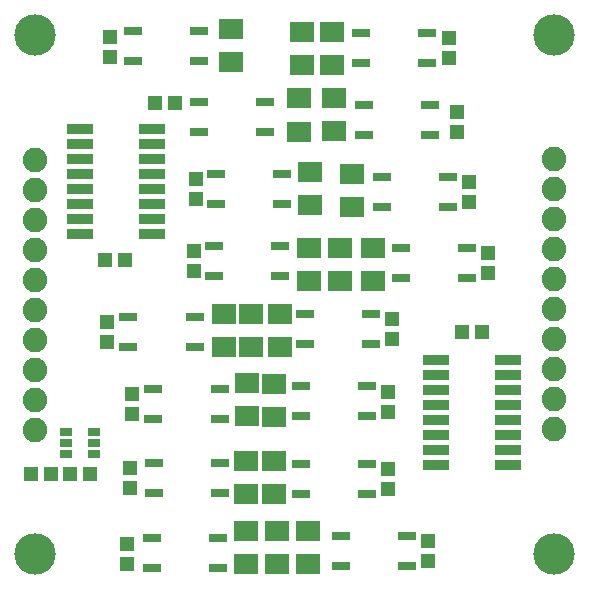
<source format=gts>
G75*
G70*
%OFA0B0*%
%FSLAX24Y24*%
%IPPOS*%
%LPD*%
%AMOC8*
5,1,8,0,0,1.08239X$1,22.5*
%
%ADD10R,0.0880X0.0340*%
%ADD11R,0.0789X0.0710*%
%ADD12R,0.0592X0.0297*%
%ADD13R,0.0474X0.0513*%
%ADD14R,0.0513X0.0474*%
%ADD15R,0.0434X0.0316*%
%ADD16C,0.1380*%
%ADD17C,0.0820*%
D10*
X002860Y012022D03*
X002860Y012522D03*
X002860Y013022D03*
X002860Y013522D03*
X002860Y014022D03*
X002860Y014522D03*
X002860Y015022D03*
X002860Y015522D03*
X005280Y015522D03*
X005280Y015022D03*
X005280Y014522D03*
X005280Y014022D03*
X005280Y013522D03*
X005280Y013022D03*
X005280Y012522D03*
X005280Y012022D03*
X014720Y007830D03*
X014720Y007330D03*
X014720Y006830D03*
X014720Y006330D03*
X014720Y005830D03*
X014720Y005330D03*
X014720Y004830D03*
X014720Y004330D03*
X017140Y004330D03*
X017140Y004830D03*
X017140Y005330D03*
X017140Y005830D03*
X017140Y006330D03*
X017140Y006830D03*
X017140Y007330D03*
X017140Y007830D03*
D11*
X012630Y010479D03*
X012630Y011581D03*
X011548Y011580D03*
X010513Y011580D03*
X010513Y010478D03*
X011548Y010478D03*
X009530Y009381D03*
X008580Y009381D03*
X007654Y009368D03*
X007654Y008266D03*
X008580Y008279D03*
X009530Y008279D03*
X009330Y007031D03*
X008435Y007056D03*
X008435Y005954D03*
X009330Y005929D03*
X009330Y004481D03*
X008397Y004456D03*
X008397Y003354D03*
X009330Y003379D03*
X009422Y002144D03*
X010480Y002131D03*
X010480Y001029D03*
X009422Y001042D03*
X008387Y001042D03*
X008387Y002144D03*
X010529Y012990D03*
X010529Y014093D03*
X011930Y014031D03*
X011930Y012929D03*
X011330Y015479D03*
X011330Y016581D03*
X011280Y017679D03*
X010280Y017679D03*
X010280Y018781D03*
X011280Y018781D03*
X010157Y016555D03*
X010157Y015452D03*
X007907Y017758D03*
X007907Y018861D03*
D12*
X006844Y018810D03*
X006844Y017810D03*
X006839Y016450D03*
X006839Y015450D03*
X007411Y014041D03*
X007411Y013041D03*
X007346Y011629D03*
X007346Y010629D03*
X006691Y009267D03*
X006691Y008267D03*
X007522Y006855D03*
X007522Y005855D03*
X007537Y004405D03*
X007537Y003405D03*
X007475Y001893D03*
X007475Y000893D03*
X005270Y000893D03*
X005270Y001893D03*
X005332Y003405D03*
X005332Y004405D03*
X005317Y005855D03*
X005317Y006855D03*
X004486Y008267D03*
X004486Y009267D03*
X009551Y010629D03*
X009551Y011629D03*
X009616Y013041D03*
X009616Y014041D03*
X009044Y015450D03*
X009044Y016450D03*
X012328Y016330D03*
X012328Y015330D03*
X012928Y013930D03*
X012928Y012930D03*
X013578Y011580D03*
X013578Y010580D03*
X012583Y009380D03*
X012583Y008380D03*
X012433Y006980D03*
X012433Y005980D03*
X012433Y004380D03*
X012433Y003380D03*
X011578Y001980D03*
X011578Y000980D03*
X013783Y000980D03*
X013783Y001980D03*
X010228Y003380D03*
X010228Y004380D03*
X010228Y005980D03*
X010228Y006980D03*
X010378Y008380D03*
X010378Y009380D03*
X015133Y012930D03*
X015133Y013930D03*
X014533Y015330D03*
X014533Y016330D03*
X014433Y017730D03*
X014433Y018730D03*
X012228Y018730D03*
X012228Y017730D03*
X015783Y011580D03*
X015783Y010580D03*
X004639Y017810D03*
X004639Y018810D03*
D13*
X003880Y018615D03*
X003880Y017945D03*
X006740Y013878D03*
X006740Y013208D03*
X006680Y011465D03*
X006680Y010796D03*
X003765Y009103D03*
X003765Y008434D03*
X004587Y006694D03*
X004587Y006025D03*
X004523Y004244D03*
X004523Y003575D03*
X004446Y001695D03*
X004446Y001026D03*
X013130Y003545D03*
X013130Y004215D03*
X013130Y006095D03*
X013130Y006765D03*
X013280Y008545D03*
X013280Y009215D03*
X016480Y010745D03*
X016480Y011415D03*
X015830Y013095D03*
X015830Y013765D03*
X015430Y015445D03*
X015430Y016115D03*
X015180Y017895D03*
X015180Y018565D03*
X014480Y001815D03*
X014480Y001145D03*
D14*
X015595Y008780D03*
X016265Y008780D03*
X006039Y016409D03*
X005370Y016409D03*
X004365Y011180D03*
X003695Y011180D03*
X003215Y004020D03*
X002545Y004020D03*
X001892Y004034D03*
X001223Y004034D03*
D15*
X002419Y004689D03*
X002419Y005063D03*
X002419Y005437D03*
X003324Y005437D03*
X003324Y005063D03*
X003324Y004689D03*
D16*
X001361Y001361D03*
X001361Y018684D03*
X018684Y018684D03*
X018684Y001361D03*
D17*
X018684Y005550D03*
X018684Y006550D03*
X018684Y007550D03*
X018684Y008550D03*
X018684Y009550D03*
X018684Y010550D03*
X018684Y011550D03*
X018684Y012550D03*
X018684Y013550D03*
X018684Y014550D03*
X001361Y014495D03*
X001361Y013495D03*
X001361Y012495D03*
X001361Y011495D03*
X001361Y010495D03*
X001361Y009495D03*
X001361Y008495D03*
X001361Y007495D03*
X001361Y006495D03*
X001361Y005495D03*
M02*

</source>
